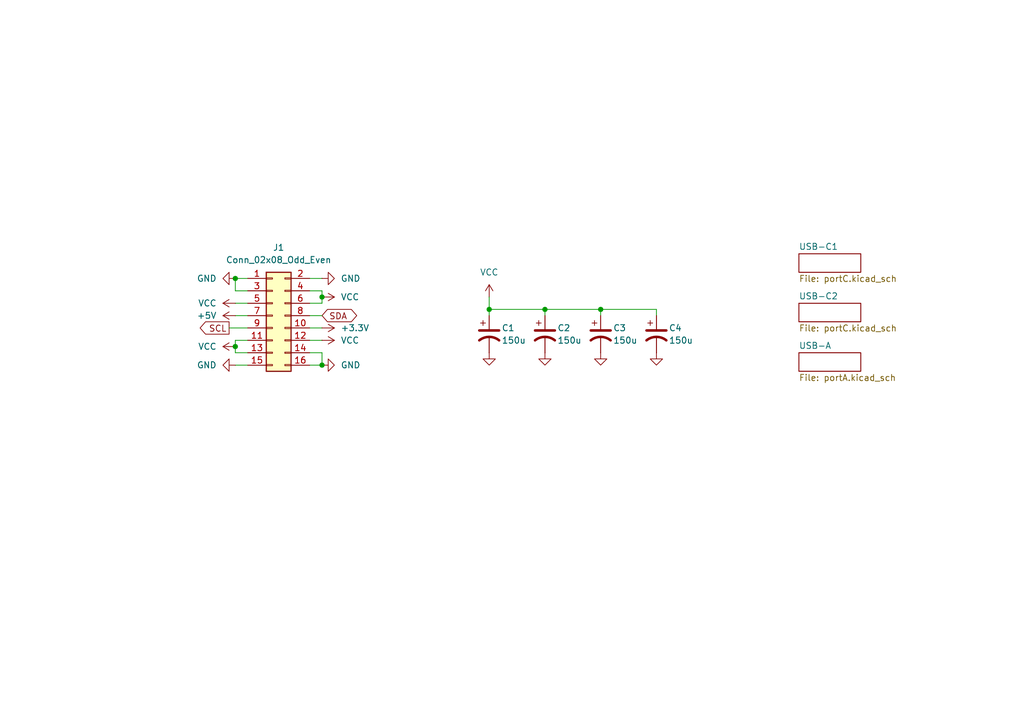
<source format=kicad_sch>
(kicad_sch (version 20231120) (generator "eeschema") (generator_version "8.0")
  (paper "A5")
  (title_block (title "USB charging ports") (date "2024-06-06") (company "@pkb.pmj, @darth_taco_tmp, @adimac93, @hubertK05"))
  (lib_symbols
    (symbol "Connector_Generic:Conn_02x08_Odd_Even" (pin_names (offset 1.016) hide)
      (property "Reference" "J" (at 1.27 10.16 0))
      (property "Value" "Conn_02x08_Odd_Even" (at 1.27 -12.7 0))
      (symbol "Conn_02x08_Odd_Even_1_1"
        (rectangle (start -1.27 -10.033) (end 0 -10.287) (stroke (width 0.1524)))
        (rectangle (start -1.27 -7.493) (end 0 -7.747) (stroke (width 0.1524)))
        (rectangle (start -1.27 -4.953) (end 0 -5.207) (stroke (width 0.1524)))
        (rectangle (start -1.27 -2.413) (end 0 -2.667) (stroke (width 0.1524)))
        (rectangle (start -1.27 0.127) (end 0 -0.127) (stroke (width 0.1524)))
        (rectangle (start -1.27 2.667) (end 0 2.413) (stroke (width 0.1524)))
        (rectangle (start -1.27 5.207) (end 0 4.953) (stroke (width 0.1524)))
        (rectangle (start -1.27 7.747) (end 0 7.493) (stroke (width 0.1524)))
        (rectangle (start -1.27 8.89) (end 3.81 -11.43) (stroke (width 0.254)) (fill (type background)))
        (rectangle (start 3.81 -10.033) (end 2.54 -10.287) (stroke (width 0.1524)))
        (rectangle (start 3.81 -7.493) (end 2.54 -7.747) (stroke (width 0.1524)))
        (rectangle (start 3.81 -4.953) (end 2.54 -5.207) (stroke (width 0.1524)))
        (rectangle (start 3.81 -2.413) (end 2.54 -2.667) (stroke (width 0.1524)))
        (rectangle (start 3.81 0.127) (end 2.54 -0.127) (stroke (width 0.1524)))
        (rectangle (start 3.81 2.667) (end 2.54 2.413) (stroke (width 0.1524)))
        (rectangle (start 3.81 5.207) (end 2.54 4.953) (stroke (width 0.1524)))
        (rectangle (start 3.81 7.747) (end 2.54 7.493) (stroke (width 0.1524)))
        (pin passive line (at -5.08 7.62 0) (length 3.81) (name "Pin_1") (number "1"))
        (pin passive line (at 7.62 -2.54 180) (length 3.81) (name "Pin_10") (number "10"))
        (pin passive line (at -5.08 -5.08 0) (length 3.81) (name "Pin_11") (number "11"))
        (pin passive line (at 7.62 -5.08 180) (length 3.81) (name "Pin_12") (number "12"))
        (pin passive line (at -5.08 -7.62 0) (length 3.81) (name "Pin_13") (number "13"))
        (pin passive line (at 7.62 -7.62 180) (length 3.81) (name "Pin_14") (number "14"))
        (pin passive line (at -5.08 -10.16 0) (length 3.81) (name "Pin_15") (number "15"))
        (pin passive line (at 7.62 -10.16 180) (length 3.81) (name "Pin_16") (number "16"))
        (pin passive line (at 7.62 7.62 180) (length 3.81) (name "Pin_2") (number "2"))
        (pin passive line (at -5.08 5.08 0) (length 3.81) (name "Pin_3") (number "3"))
        (pin passive line (at 7.62 5.08 180) (length 3.81) (name "Pin_4") (number "4"))
        (pin passive line (at -5.08 2.54 0) (length 3.81) (name "Pin_5") (number "5"))
        (pin passive line (at 7.62 2.54 180) (length 3.81) (name "Pin_6") (number "6"))
        (pin passive line (at -5.08 0 0) (length 3.81) (name "Pin_7") (number "7"))
        (pin passive line (at 7.62 0 180) (length 3.81) (name "Pin_8") (number "8"))
        (pin passive line (at -5.08 -2.54 0) (length 3.81) (name "Pin_9") (number "9"))
      )
    )
    (symbol "Device:C_Polarized_US" (pin_numbers hide) (pin_names (offset 0.254) hide)
      (property "Reference" "C" (at 0.635 2.54 0))
      (property "Value" "C_Polarized_US" (at 0.635 -2.54 0))
      (symbol "C_Polarized_US_0_1"
        (polyline (pts (xy -2.032 0.762) (xy 2.032 0.762)) (stroke (width 0.508)))
        (polyline (pts (xy -1.778 2.286) (xy -0.762 2.286)))
        (polyline (pts (xy -1.27 1.778) (xy -1.27 2.794)))
        (arc (start 2.032 -1.27) (mid 0 -0.5572) (end -2.032 -1.27) (stroke (width 0.508)))
      )
      (symbol "C_Polarized_US_1_1"
        (pin passive line (at 0 3.81 270) (length 2.794) (name "~") (number "1"))
        (pin passive line (at 0 -3.81 90) (length 3.302) (name "~") (number "2"))
      )
    )
    (symbol "power:+3.3V" (power) (pin_numbers hide) (pin_names (offset 0) hide)
      (property "Value" "+3.3V" (at 0 3.556 0))
      (symbol "+3.3V_0_1"
        (polyline (pts (xy -0.762 1.27) (xy 0 2.54)))
        (polyline (pts (xy 0 0) (xy 0 2.54)))
        (polyline (pts (xy 0 2.54) (xy 0.762 1.27)))
      )
      (symbol "+3.3V_1_1"
        (pin power_in line (at 0 0 90) (length 0) (name "~") (number "1"))
      )
    )
    (symbol "power:+5V" (power) (pin_numbers hide) (pin_names (offset 0) hide)
      (property "Value" "+5V" (at 0 3.556 0))
      (symbol "+5V_0_1"
        (polyline (pts (xy -0.762 1.27) (xy 0 2.54)))
        (polyline (pts (xy 0 0) (xy 0 2.54)))
        (polyline (pts (xy 0 2.54) (xy 0.762 1.27)))
      )
      (symbol "+5V_1_1"
        (pin power_in line (at 0 0 90) (length 0) (name "~") (number "1"))
      )
    )
    (symbol "power:GND" (power) (pin_numbers hide) (pin_names (offset 0) hide)
      (property "Value" "GND" (at 0 -3.81 0))
      (symbol "GND_0_1"
        (polyline (pts (xy 0 0) (xy 0 -1.27) (xy 1.27 -1.27) (xy 0 -2.54) (xy -1.27 -1.27) (xy 0 -1.27)))
      )
      (symbol "GND_1_1"
        (pin power_in line (at 0 0 270) (length 0) (name "~") (number "1"))
      )
    )
    (symbol "power:VCC" (power) (pin_numbers hide) (pin_names (offset 0) hide)
      (property "Value" "VCC" (at 0 3.556 0))
      (symbol "VCC_0_1"
        (polyline (pts (xy -0.762 1.27) (xy 0 2.54)))
        (polyline (pts (xy 0 0) (xy 0 2.54)))
        (polyline (pts (xy 0 2.54) (xy 0.762 1.27)))
      )
      (symbol "VCC_1_1"
        (pin power_in line (at 0 0 90) (length 0) (name "~") (number "1"))
      )
    )
  )
  (junction (at 48.26 57.15))
  (junction (at 123.19 63.5))
  (junction (at 48.26 71.12))
  (junction (at 111.76 63.5))
  (junction (at 66.04 60.96))
  (junction (at 100.33 63.5))
  (junction (at 66.04 74.93))
  (wire (pts (xy 48.26 74.93) (xy 50.8 74.93)))
  (wire (pts (xy 100.33 60.96) (xy 100.33 63.5)))
  (wire (pts (xy 123.19 63.5) (xy 134.62 63.5)))
  (wire (pts (xy 111.76 63.5) (xy 123.19 63.5)))
  (wire (pts (xy 63.5 74.93) (xy 66.04 74.93)))
  (wire (pts (xy 66.04 59.69) (xy 66.04 60.96)))
  (wire (pts (xy 48.26 59.69) (xy 50.8 59.69)))
  (wire (pts (xy 48.26 57.15) (xy 48.26 59.69)))
  (wire (pts (xy 48.26 72.39) (xy 50.8 72.39)))
  (wire (pts (xy 63.5 62.23) (xy 66.04 62.23)))
  (wire (pts (xy 63.5 72.39) (xy 66.04 72.39)))
  (wire (pts (xy 48.26 71.12) (xy 48.26 72.39)))
  (wire (pts (xy 48.26 64.77) (xy 50.8 64.77)))
  (wire (pts (xy 48.26 69.85) (xy 48.26 71.12)))
  (wire (pts (xy 63.5 64.77) (xy 66.04 64.77)))
  (wire (pts (xy 100.33 63.5) (xy 111.76 63.5)))
  (wire (pts (xy 111.76 63.5) (xy 111.76 64.77)))
  (wire (pts (xy 50.8 57.15) (xy 48.26 57.15)))
  (wire (pts (xy 66.04 60.96) (xy 66.04 62.23)))
  (wire (pts (xy 134.62 63.5) (xy 134.62 64.77)))
  (wire (pts (xy 63.5 59.69) (xy 66.04 59.69)))
  (wire (pts (xy 63.5 69.85) (xy 66.04 69.85)))
  (wire (pts (xy 66.04 72.39) (xy 66.04 74.93)))
  (wire (pts (xy 123.19 63.5) (xy 123.19 64.77)))
  (wire (pts (xy 48.26 62.23) (xy 50.8 62.23)))
  (wire (pts (xy 63.5 57.15) (xy 66.04 57.15)))
  (wire (pts (xy 100.33 64.77) (xy 100.33 63.5)))
  (wire (pts (xy 50.8 69.85) (xy 48.26 69.85)))
  (wire (pts (xy 46.99 67.31) (xy 50.8 67.31)))
  (wire (pts (xy 63.5 67.31) (xy 66.04 67.31)))
  (global_label "SCL" (shape output) (at 46.99 67.31 180) (property "Intersheetrefs" "${INTERSHEET_REFS}" (effects (hide yes))))
  (global_label "SDA" (shape bidirectional) (at 66.04 64.77 0) (property "Intersheetrefs" "${INTERSHEET_REFS}" (effects (hide yes))))
  (symbol (lib_id "Device:C_Polarized_US") (at 123.19 68.58 0) (unit 1) (in_bom no)
    (property "Reference" "C3" (at 125.73 67.31 0) (effects (justify left)))
    (property "Value" "150u" (at 125.73 69.85 0) (effects (justify left)))
    (property "Footprint" "Capacitor_THT:CP_Radial_D6.3mm_P2.50mm" (effects (hide yes)))
    (property "Datasheet" "https://www.lcsc.com/product-detail/Aluminum-Electrolytic-Capacitors-Leaded_Ymin-NPXC0901V151MJTM_C2976307.html" (effects (hide yes)))
    (property "Description" "Polarized capacitor, US symbol" (effects (hide yes)))
    (property "LCSC Part" "C2976307" (effects (hide yes)))
  )
  (symbol (lib_id "power:VCC") (at 66.04 69.85 270) (unit 1)
    (property "Reference" "#PWR07" (effects (hide yes)))
    (property "Value" "VCC" (at 69.85 69.8499 90) (effects (justify left)))
    (property "Description" "Power symbol creates a global label with name \"VCC\"" (effects (hide yes)))
  )
  (symbol (lib_id "power:VCC") (at 100.33 60.96 0) (unit 1)
    (property "Reference" "#PWR02" (effects (hide yes)))
    (property "Value" "VCC" (at 100.33 55.88 0))
    (property "Description" "Power symbol creates a global label with name \"VCC\"" (effects (hide yes)))
  )
  (symbol (lib_id "power:GND") (at 66.04 57.15 90) (unit 1)
    (property "Reference" "#PWR04" (effects (hide yes)))
    (property "Value" "GND" (at 69.85 57.1499 90) (effects (justify right)))
    (property "Description" "Power symbol creates a global label with name \"GND\" , ground" (effects (hide yes)))
  )
  (symbol (lib_id "power:VCC") (at 66.04 60.96 270) (unit 1)
    (property "Reference" "#PWR08" (effects (hide yes)))
    (property "Value" "VCC" (at 69.85 60.9599 90) (effects (justify left)))
    (property "Description" "Power symbol creates a global label with name \"VCC\"" (effects (hide yes)))
  )
  (symbol (lib_id "power:+3.3V") (at 66.04 67.31 270) (unit 1)
    (property "Reference" "#PWR011" (effects (hide yes)))
    (property "Value" "+3.3V" (at 69.85 67.3099 90) (effects (justify left)))
    (property "Description" "Power symbol creates a global label with name \"+3.3V\"" (effects (hide yes)))
  )
  (symbol (lib_id "power:GND") (at 134.62 72.39 0) (unit 1)
    (property "Reference" "#PWR0321" (effects (hide yes)))
    (property "Value" "GND" (effects (hide yes)))
    (property "Description" "Power symbol creates a global label with name \"GND\" , ground" (effects (hide yes)))
  )
  (symbol (lib_id "power:+5V") (at 48.26 64.77 90) (unit 1)
    (property "Reference" "#PWR010" (effects (hide yes)))
    (property "Value" "+5V" (at 44.45 64.7699 90) (effects (justify left)))
    (property "Description" "Power symbol creates a global label with name \"+5V\"" (effects (hide yes)))
  )
  (symbol (lib_id "Device:C_Polarized_US") (at 111.76 68.58 0) (unit 1) (in_bom no)
    (property "Reference" "C2" (at 114.3 67.31 0) (effects (justify left)))
    (property "Value" "150u" (at 114.3 69.85 0) (effects (justify left)))
    (property "Footprint" "Capacitor_THT:CP_Radial_D6.3mm_P2.50mm" (effects (hide yes)))
    (property "Datasheet" "https://www.lcsc.com/product-detail/Aluminum-Electrolytic-Capacitors-Leaded_Ymin-NPXC0901V151MJTM_C2976307.html" (effects (hide yes)))
    (property "Description" "Polarized capacitor, US symbol" (effects (hide yes)))
    (property "LCSC Part" "C2976307" (effects (hide yes)))
  )
  (symbol (lib_id "power:GND") (at 111.76 72.39 0) (unit 1)
    (property "Reference" "#PWR029" (effects (hide yes)))
    (property "Value" "GND" (effects (hide yes)))
    (property "Description" "Power symbol creates a global label with name \"GND\" , ground" (effects (hide yes)))
  )
  (symbol (lib_id "Device:C_Polarized_US") (at 100.33 68.58 0) (unit 1) (in_bom no)
    (property "Reference" "C1" (at 102.87 67.31 0) (effects (justify left)))
    (property "Value" "150u" (at 102.87 69.85 0) (effects (justify left)))
    (property "Footprint" "Capacitor_THT:CP_Radial_D6.3mm_P2.50mm" (effects (hide yes)))
    (property "Datasheet" "https://www.lcsc.com/product-detail/Aluminum-Electrolytic-Capacitors-Leaded_Ymin-NPXC0901V151MJTM_C2976307.html" (effects (hide yes)))
    (property "Description" "Polarized capacitor, US symbol" (effects (hide yes)))
    (property "LCSC Part" "C2976307" (effects (hide yes)))
  )
  (symbol (lib_id "power:VCC") (at 48.26 62.23 90) (unit 1)
    (property "Reference" "#PWR06" (effects (hide yes)))
    (property "Value" "VCC" (at 44.45 62.2299 90) (effects (justify left)))
    (property "Description" "Power symbol creates a global label with name \"VCC\"" (effects (hide yes)))
  )
  (symbol (lib_id "Connector_Generic:Conn_02x08_Odd_Even") (at 55.88 64.77 0) (unit 1) (in_bom no)
    (property "Reference" "J1" (at 57.15 50.8 0))
    (property "Value" "Conn_02x08_Odd_Even" (at 57.15 53.34 0))
    (property "Footprint" "Connector_PinHeader_2.54mm:PinHeader_2x08_P2.54mm_Vertical" (effects (hide yes)))
    (property "Description" "Generic connector, double row, 02x08, odd/even pin numbering scheme (row 1 odd numbers, row 2 even numbers), script generated (kicad-library-utils/schlib/autogen/connector/)" (effects (hide yes)))
  )
  (symbol (lib_id "Device:C_Polarized_US") (at 134.62 68.58 0) (unit 1) (in_bom no)
    (property "Reference" "C4" (at 137.16 67.31 0) (effects (justify left)))
    (property "Value" "150u" (at 137.16 69.85 0) (effects (justify left)))
    (property "Footprint" "Capacitor_THT:CP_Radial_D6.3mm_P2.50mm" (effects (hide yes)))
    (property "Datasheet" "https://www.lcsc.com/product-detail/Aluminum-Electrolytic-Capacitors-Leaded_Ymin-NPXC0901V151MJTM_C2976307.html" (effects (hide yes)))
    (property "Description" "Polarized capacitor, US symbol" (effects (hide yes)))
    (property "LCSC Part" "C2976307" (effects (hide yes)))
  )
  (symbol (lib_id "power:VCC") (at 48.26 71.12 90) (unit 1)
    (property "Reference" "#PWR09" (effects (hide yes)))
    (property "Value" "VCC" (at 44.45 71.1199 90) (effects (justify left)))
    (property "Description" "Power symbol creates a global label with name \"VCC\"" (effects (hide yes)))
  )
  (symbol (lib_id "power:GND") (at 48.26 74.93 270) (unit 1)
    (property "Reference" "#PWR03" (effects (hide yes)))
    (property "Value" "GND" (at 44.45 74.9299 90) (effects (justify right)))
    (property "Description" "Power symbol creates a global label with name \"GND\" , ground" (effects (hide yes)))
  )
  (symbol (lib_id "power:GND") (at 100.33 72.39 0) (unit 1)
    (property "Reference" "#PWR012" (effects (hide yes)))
    (property "Value" "GND" (effects (hide yes)))
    (property "Description" "Power symbol creates a global label with name \"GND\" , ground" (effects (hide yes)))
  )
  (symbol (lib_id "power:GND") (at 123.19 72.39 0) (unit 1)
    (property "Reference" "#PWR0301" (effects (hide yes)))
    (property "Value" "GND" (effects (hide yes)))
    (property "Description" "Power symbol creates a global label with name \"GND\" , ground" (effects (hide yes)))
  )
  (symbol (lib_id "power:GND") (at 48.26 57.15 270) (unit 1)
    (property "Reference" "#PWR05" (effects (hide yes)))
    (property "Value" "GND" (at 44.45 57.1499 90) (effects (justify right)))
    (property "Description" "Power symbol creates a global label with name \"GND\" , ground" (effects (hide yes)))
  )
  (symbol (lib_id "power:GND") (at 66.04 74.93 90) (unit 1)
    (property "Reference" "#PWR01" (effects (hide yes)))
    (property "Value" "GND" (at 69.85 74.9299 90) (effects (justify right)))
    (property "Description" "Power symbol creates a global label with name \"GND\" , ground" (effects (hide yes)))
  )
  (sheet (at 163.83 62.23) (size 12.7 3.81) (stroke (width 0.1524))
    (property "Sheetname" "USB-C2" (at 163.83 61.5184 0) (effects (justify left bottom)))
    (property "Sheetfile" "portC.kicad_sch" (at 163.83 66.6246 0) (effects (justify left top)))
  )
  (sheet (at 163.83 52.07) (size 12.7 3.81) (stroke (width 0.1524))
    (property "Sheetname" "USB-C1" (at 163.83 51.3584 0) (effects (justify left bottom)))
    (property "Sheetfile" "portC.kicad_sch" (at 163.83 56.4646 0) (effects (justify left top)))
  )
  (sheet (at 163.83 72.39) (size 12.7 3.81) (stroke (width 0.1524))
    (property "Sheetname" "USB-A" (at 163.83 71.6784 0) (effects (justify left bottom)))
    (property "Sheetfile" "portA.kicad_sch" (at 163.83 76.7846 0) (effects (justify left top)))
  )
)
</source>
